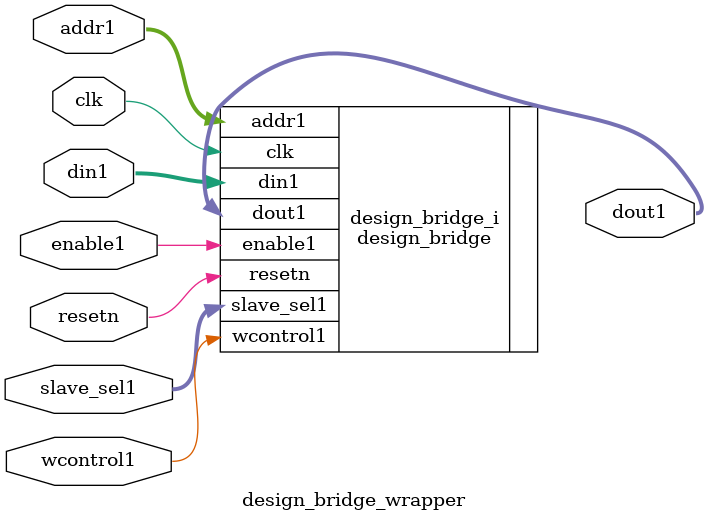
<source format=v>
`timescale 1 ps / 1 ps

module design_bridge_wrapper
   (addr1,
    clk,
    din1,
    dout1,
    enable1,
    resetn,
    slave_sel1,
    wcontrol1);
  input [31:0]addr1;
  input clk;
  input [31:0]din1;
  output [31:0]dout1;
  input enable1;
  input resetn;
  input [3:0]slave_sel1;
  input wcontrol1;

  wire [31:0]addr1;
  wire clk;
  wire [31:0]din1;
  wire [31:0]dout1;
  wire enable1;
  wire resetn;
  wire [3:0]slave_sel1;
  wire wcontrol1;

  design_bridge design_bridge_i
       (.addr1(addr1),
        .clk(clk),
        .din1(din1),
        .dout1(dout1),
        .enable1(enable1),
        .resetn(resetn),
        .slave_sel1(slave_sel1),
        .wcontrol1(wcontrol1));
endmodule

</source>
